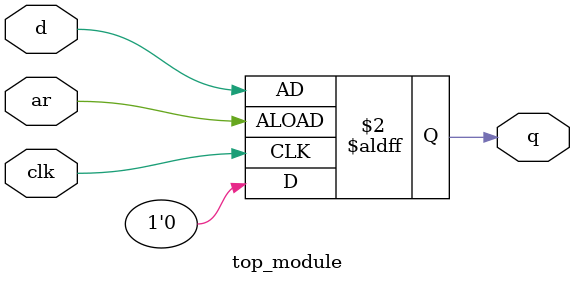
<source format=sv>
module top_module (
	input clk,
	input d,
	input ar,
	output logic q
);
	
	always_ff @(posedge clk, negedge ar) begin
		if (ar) begin
			q <= 0;
		end else begin
			q <= d;
		end
	end

endmodule

</source>
